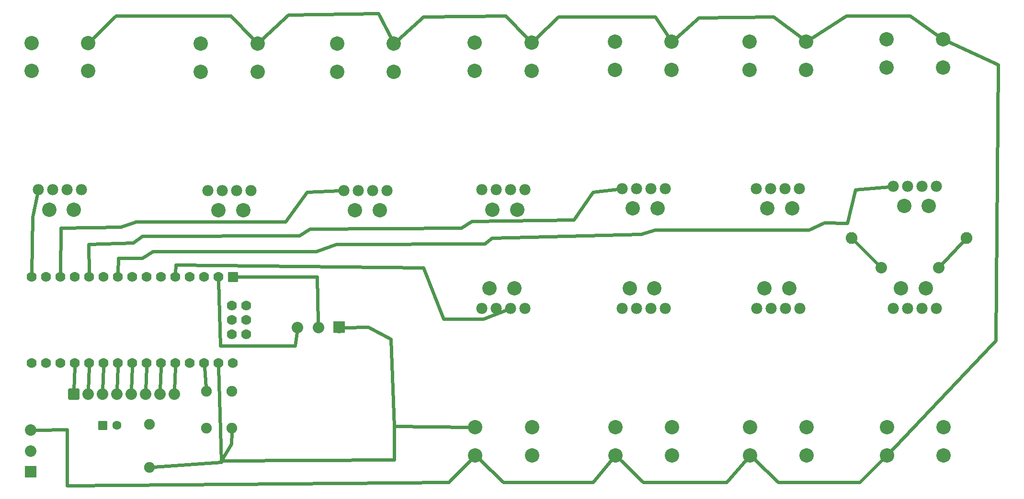
<source format=gbl>
G04 MADE WITH FRITZING*
G04 WWW.FRITZING.ORG*
G04 DOUBLE SIDED*
G04 HOLES PLATED*
G04 CONTOUR ON CENTER OF CONTOUR VECTOR*
%ASAXBY*%
%FSLAX23Y23*%
%MOIN*%
%OFA0B0*%
%SFA1.0B1.0*%
%ADD10C,0.070000*%
%ADD11C,0.100000*%
%ADD12C,0.078000*%
%ADD13C,0.080000*%
%ADD14C,0.075000*%
%ADD15C,0.062992*%
%ADD16C,0.082000*%
%ADD17C,0.024000*%
%ADD18C,0.017000*%
%ADD19C,0.015748*%
%ADD20C,0.020000*%
%ADD21R,0.001000X0.001000*%
%LNCOPPER0*%
G90*
G70*
G54D10*
X1675Y1541D03*
X1575Y1541D03*
X1475Y1541D03*
X1375Y1541D03*
X1275Y1541D03*
X1175Y1541D03*
X1075Y1541D03*
X975Y1541D03*
X875Y1541D03*
X775Y1541D03*
X675Y1541D03*
X575Y1541D03*
X475Y1541D03*
X375Y1541D03*
X275Y1541D03*
X1675Y941D03*
X1575Y941D03*
X1475Y941D03*
X1375Y941D03*
X1275Y941D03*
X1175Y941D03*
X1075Y941D03*
X975Y941D03*
X875Y941D03*
X775Y941D03*
X675Y941D03*
X575Y941D03*
X475Y941D03*
X375Y941D03*
X275Y941D03*
X1770Y1341D03*
X1670Y1341D03*
X1770Y1241D03*
X1670Y1241D03*
X1770Y1141D03*
X1670Y1141D03*
G54D11*
X397Y2009D03*
G54D12*
X323Y2147D03*
X423Y2147D03*
G54D11*
X570Y2009D03*
G54D12*
X523Y2147D03*
X623Y2147D03*
G54D11*
X669Y2974D03*
X669Y3170D03*
X275Y3170D03*
X275Y2974D03*
X1575Y2005D03*
G54D12*
X1501Y2143D03*
X1601Y2143D03*
G54D11*
X1749Y2005D03*
G54D12*
X1701Y2143D03*
X1801Y2143D03*
G54D11*
X1847Y2970D03*
X1847Y3166D03*
X1453Y3166D03*
X1453Y2970D03*
X6499Y1461D03*
G54D12*
X6573Y1323D03*
X6473Y1323D03*
G54D11*
X6326Y1461D03*
G54D12*
X6373Y1323D03*
X6273Y1323D03*
G54D11*
X6228Y496D03*
X6228Y300D03*
X6621Y300D03*
X6621Y496D03*
X5547Y1461D03*
G54D12*
X5621Y1323D03*
X5521Y1323D03*
G54D11*
X5374Y1461D03*
G54D12*
X5421Y1323D03*
X5321Y1323D03*
G54D11*
X5275Y496D03*
X5275Y300D03*
X5669Y300D03*
X5669Y496D03*
X4610Y1461D03*
G54D12*
X4684Y1323D03*
X4584Y1323D03*
G54D11*
X4437Y1461D03*
G54D12*
X4484Y1323D03*
X4384Y1323D03*
G54D11*
X4339Y496D03*
X4339Y300D03*
X4732Y300D03*
X4732Y496D03*
X3634Y1461D03*
G54D12*
X3709Y1323D03*
X3609Y1323D03*
G54D11*
X3461Y1461D03*
G54D12*
X3509Y1323D03*
X3409Y1323D03*
G54D11*
X3363Y496D03*
X3363Y300D03*
X3757Y300D03*
X3757Y496D03*
X6347Y2034D03*
G54D12*
X6273Y2172D03*
X6373Y2172D03*
G54D11*
X6520Y2034D03*
G54D12*
X6473Y2172D03*
X6573Y2172D03*
G54D11*
X6619Y2999D03*
X6619Y3195D03*
X6225Y3195D03*
X6225Y2999D03*
X5395Y2017D03*
G54D12*
X5320Y2155D03*
X5420Y2155D03*
G54D11*
X5568Y2017D03*
G54D12*
X5520Y2155D03*
X5620Y2155D03*
G54D11*
X5666Y2983D03*
X5666Y3179D03*
X5273Y3179D03*
X5273Y2983D03*
X4458Y2017D03*
G54D12*
X4384Y2155D03*
X4484Y2155D03*
G54D11*
X4631Y2017D03*
G54D12*
X4584Y2155D03*
X4684Y2155D03*
G54D11*
X4730Y2983D03*
X4730Y3179D03*
X4336Y3179D03*
X4336Y2983D03*
X3482Y2010D03*
G54D12*
X3408Y2148D03*
X3508Y2148D03*
G54D11*
X3656Y2009D03*
G54D12*
X3608Y2148D03*
X3708Y2148D03*
G54D11*
X3754Y2975D03*
X3754Y3171D03*
X3360Y3171D03*
X3360Y2975D03*
X2524Y2005D03*
G54D12*
X2450Y2143D03*
X2550Y2143D03*
G54D11*
X2697Y2004D03*
G54D12*
X2650Y2143D03*
X2750Y2143D03*
G54D11*
X2796Y2970D03*
X2796Y3166D03*
X2402Y3166D03*
X2402Y2970D03*
G54D13*
X2416Y1189D03*
X2271Y1189D03*
X2126Y1189D03*
X268Y184D03*
X268Y329D03*
X268Y474D03*
G54D14*
X1096Y515D03*
X1096Y215D03*
G54D15*
X768Y509D03*
X867Y509D03*
G54D14*
X1492Y489D03*
X1492Y745D03*
X1670Y489D03*
X1670Y745D03*
G54D16*
X5981Y1812D03*
X6781Y1812D03*
G54D13*
X6187Y1605D03*
X6587Y1605D03*
X567Y725D03*
X667Y725D03*
X767Y725D03*
X867Y725D03*
X967Y725D03*
X1067Y725D03*
X1167Y725D03*
X1267Y725D03*
G54D17*
X281Y1960D02*
X275Y1570D01*
D02*
X316Y2117D02*
X281Y1960D01*
D02*
X480Y1882D02*
X475Y1570D01*
D02*
X896Y1887D02*
X480Y1882D01*
D02*
X1002Y1924D02*
X896Y1887D01*
D02*
X2043Y1924D02*
X1002Y1924D01*
D02*
X2193Y2133D02*
X2043Y1924D01*
D02*
X2420Y2141D02*
X2193Y2133D01*
D02*
X672Y1769D02*
X674Y1570D01*
D02*
X983Y1780D02*
X672Y1769D01*
D02*
X1046Y1824D02*
X983Y1780D01*
D02*
X2139Y1828D02*
X1046Y1824D01*
D02*
X2213Y1876D02*
X2139Y1828D01*
D02*
X3265Y1883D02*
X2213Y1876D01*
D02*
X3339Y1928D02*
X3265Y1883D01*
D02*
X4049Y1938D02*
X3339Y1928D01*
D02*
X4181Y2133D02*
X4049Y1938D01*
D02*
X4354Y2152D02*
X4181Y2133D01*
D02*
X1046Y1672D02*
X880Y1672D01*
D02*
X880Y1672D02*
X876Y1570D01*
D02*
X1117Y1720D02*
X1046Y1672D01*
D02*
X2254Y1720D02*
X1117Y1720D01*
D02*
X2394Y1769D02*
X2254Y1720D01*
D02*
X3428Y1772D02*
X2394Y1769D01*
D02*
X3477Y1813D02*
X3428Y1772D01*
D02*
X4516Y1838D02*
X3477Y1813D01*
D02*
X4614Y1870D02*
X4516Y1838D01*
D02*
X5685Y1870D02*
X4614Y1870D01*
D02*
X5791Y1919D02*
X5685Y1870D01*
D02*
X5952Y1915D02*
X5791Y1919D01*
D02*
X6007Y2148D02*
X5952Y1915D01*
D02*
X6243Y2169D02*
X6007Y2148D01*
D02*
X3141Y1247D02*
X3001Y1605D01*
D02*
X3001Y1605D02*
X1280Y1624D01*
D02*
X3420Y1247D02*
X3141Y1247D01*
D02*
X1280Y1624D02*
X1276Y1570D01*
D02*
X3581Y1312D02*
X3420Y1247D01*
D02*
X2263Y1542D02*
X1704Y1541D01*
D02*
X2270Y1224D02*
X2263Y1542D01*
D02*
X2108Y1061D02*
X1587Y1061D01*
D02*
X1587Y1061D02*
X1575Y1512D01*
D02*
X2121Y1155D02*
X2108Y1061D01*
D02*
X3179Y113D02*
X523Y90D01*
D02*
X523Y90D02*
X523Y478D01*
D02*
X523Y478D02*
X302Y474D01*
D02*
X3334Y271D02*
X3179Y113D01*
D02*
X3560Y113D02*
X4181Y113D01*
D02*
X4181Y113D02*
X4312Y268D01*
D02*
X3393Y272D02*
X3560Y113D01*
D02*
X4531Y113D02*
X5113Y113D01*
D02*
X5113Y113D02*
X5248Y269D01*
D02*
X4368Y271D02*
X4531Y113D01*
D02*
X5471Y113D02*
X6038Y113D01*
D02*
X6038Y113D02*
X6198Y271D01*
D02*
X5305Y271D02*
X5471Y113D01*
D02*
X6256Y330D02*
X6985Y1100D01*
D02*
X6985Y1100D02*
X7001Y3018D01*
D02*
X7001Y3018D02*
X6656Y3178D01*
D02*
X6387Y3360D02*
X5944Y3360D01*
D02*
X5944Y3360D02*
X5701Y3201D01*
D02*
X6585Y3219D02*
X6387Y3360D01*
D02*
X5440Y3352D02*
X4919Y3344D01*
D02*
X4919Y3344D02*
X4761Y3206D01*
D02*
X5634Y3204D02*
X5440Y3352D01*
D02*
X4616Y3352D02*
X3941Y3352D01*
D02*
X3941Y3352D02*
X3783Y3199D01*
D02*
X4707Y3213D02*
X4616Y3352D01*
D02*
X3576Y3360D02*
X3001Y3352D01*
D02*
X3001Y3352D02*
X2826Y3193D01*
D02*
X3726Y3201D02*
X3576Y3360D01*
D02*
X2690Y3375D02*
X2063Y3366D01*
D02*
X2063Y3366D02*
X1877Y3194D01*
D02*
X2777Y3203D02*
X2690Y3375D01*
D02*
X1663Y3358D02*
X861Y3358D01*
D02*
X861Y3358D02*
X698Y3199D01*
D02*
X1819Y3196D02*
X1663Y3358D01*
D02*
X2799Y269D02*
X1595Y261D01*
D02*
X2799Y502D02*
X2799Y269D01*
D02*
X1595Y253D02*
X1124Y217D01*
D02*
X1595Y253D02*
X1576Y912D01*
D02*
X2799Y502D02*
X2776Y1107D01*
D02*
X2776Y1107D02*
X2620Y1193D01*
D02*
X2620Y1193D02*
X2450Y1190D01*
D02*
X1477Y912D02*
X1490Y773D01*
D02*
X1595Y261D02*
X1665Y377D01*
D02*
X1665Y377D02*
X1668Y460D01*
D02*
X1595Y253D02*
X1595Y261D01*
D02*
X6759Y1789D02*
X6608Y1627D01*
D02*
X6004Y1789D02*
X6165Y1627D01*
D02*
X3322Y496D02*
X2799Y502D01*
D02*
X574Y912D02*
X568Y756D01*
D02*
X668Y756D02*
X674Y912D01*
D02*
X768Y756D02*
X774Y912D01*
D02*
X868Y756D02*
X874Y912D01*
D02*
X968Y756D02*
X974Y912D01*
D02*
X1068Y756D02*
X1074Y912D01*
D02*
X1168Y756D02*
X1174Y912D01*
D02*
X1268Y756D02*
X1274Y912D01*
G54D18*
X1701Y1515D02*
X1648Y1515D01*
X1648Y1568D01*
X1701Y1568D01*
X1701Y1515D01*
D02*
G54D19*
X792Y485D02*
X744Y485D01*
X744Y532D01*
X792Y532D01*
X792Y485D01*
D02*
G54D20*
X537Y755D02*
X597Y755D01*
X597Y695D01*
X537Y695D01*
X537Y755D01*
D02*
G54D21*
X2376Y1230D02*
X2454Y1230D01*
X2375Y1229D02*
X2454Y1229D01*
X2375Y1228D02*
X2454Y1228D01*
X2375Y1227D02*
X2454Y1227D01*
X2375Y1226D02*
X2454Y1226D01*
X2375Y1225D02*
X2454Y1225D01*
X2375Y1224D02*
X2454Y1224D01*
X2375Y1223D02*
X2454Y1223D01*
X2375Y1222D02*
X2454Y1222D01*
X2375Y1221D02*
X2454Y1221D01*
X2375Y1220D02*
X2454Y1220D01*
X2375Y1219D02*
X2454Y1219D01*
X2375Y1218D02*
X2454Y1218D01*
X2375Y1217D02*
X2454Y1217D01*
X2375Y1216D02*
X2454Y1216D01*
X2375Y1215D02*
X2454Y1215D01*
X2375Y1214D02*
X2454Y1214D01*
X2375Y1213D02*
X2408Y1213D01*
X2422Y1213D02*
X2454Y1213D01*
X2375Y1212D02*
X2405Y1212D01*
X2425Y1212D02*
X2454Y1212D01*
X2375Y1211D02*
X2403Y1211D01*
X2427Y1211D02*
X2454Y1211D01*
X2375Y1210D02*
X2401Y1210D01*
X2428Y1210D02*
X2454Y1210D01*
X2375Y1209D02*
X2400Y1209D01*
X2430Y1209D02*
X2454Y1209D01*
X2375Y1208D02*
X2399Y1208D01*
X2431Y1208D02*
X2454Y1208D01*
X2375Y1207D02*
X2398Y1207D01*
X2432Y1207D02*
X2454Y1207D01*
X2375Y1206D02*
X2397Y1206D01*
X2433Y1206D02*
X2454Y1206D01*
X2375Y1205D02*
X2396Y1205D01*
X2434Y1205D02*
X2454Y1205D01*
X2375Y1204D02*
X2395Y1204D01*
X2435Y1204D02*
X2454Y1204D01*
X2375Y1203D02*
X2395Y1203D01*
X2435Y1203D02*
X2454Y1203D01*
X2375Y1202D02*
X2394Y1202D01*
X2436Y1202D02*
X2454Y1202D01*
X2375Y1201D02*
X2393Y1201D01*
X2436Y1201D02*
X2454Y1201D01*
X2375Y1200D02*
X2393Y1200D01*
X2437Y1200D02*
X2454Y1200D01*
X2375Y1199D02*
X2392Y1199D01*
X2437Y1199D02*
X2454Y1199D01*
X2375Y1198D02*
X2392Y1198D01*
X2438Y1198D02*
X2454Y1198D01*
X2375Y1197D02*
X2392Y1197D01*
X2438Y1197D02*
X2454Y1197D01*
X2375Y1196D02*
X2391Y1196D01*
X2438Y1196D02*
X2454Y1196D01*
X2375Y1195D02*
X2391Y1195D01*
X2438Y1195D02*
X2454Y1195D01*
X2375Y1194D02*
X2391Y1194D01*
X2439Y1194D02*
X2454Y1194D01*
X2375Y1193D02*
X2391Y1193D01*
X2439Y1193D02*
X2454Y1193D01*
X2375Y1192D02*
X2391Y1192D01*
X2439Y1192D02*
X2454Y1192D01*
X2375Y1191D02*
X2391Y1191D01*
X2439Y1191D02*
X2454Y1191D01*
X2375Y1190D02*
X2391Y1190D01*
X2439Y1190D02*
X2454Y1190D01*
X2375Y1189D02*
X2391Y1189D01*
X2439Y1189D02*
X2454Y1189D01*
X2375Y1188D02*
X2391Y1188D01*
X2439Y1188D02*
X2454Y1188D01*
X2375Y1187D02*
X2391Y1187D01*
X2439Y1187D02*
X2454Y1187D01*
X2375Y1186D02*
X2391Y1186D01*
X2439Y1186D02*
X2454Y1186D01*
X2375Y1185D02*
X2391Y1185D01*
X2438Y1185D02*
X2454Y1185D01*
X2375Y1184D02*
X2392Y1184D01*
X2438Y1184D02*
X2454Y1184D01*
X2375Y1183D02*
X2392Y1183D01*
X2438Y1183D02*
X2454Y1183D01*
X2375Y1182D02*
X2392Y1182D01*
X2437Y1182D02*
X2454Y1182D01*
X2375Y1181D02*
X2393Y1181D01*
X2437Y1181D02*
X2454Y1181D01*
X2375Y1180D02*
X2393Y1180D01*
X2437Y1180D02*
X2454Y1180D01*
X2375Y1179D02*
X2394Y1179D01*
X2436Y1179D02*
X2454Y1179D01*
X2375Y1178D02*
X2394Y1178D01*
X2436Y1178D02*
X2454Y1178D01*
X2375Y1177D02*
X2395Y1177D01*
X2435Y1177D02*
X2454Y1177D01*
X2375Y1176D02*
X2396Y1176D01*
X2434Y1176D02*
X2454Y1176D01*
X2375Y1175D02*
X2396Y1175D01*
X2433Y1175D02*
X2454Y1175D01*
X2375Y1174D02*
X2397Y1174D01*
X2433Y1174D02*
X2454Y1174D01*
X2375Y1173D02*
X2398Y1173D01*
X2431Y1173D02*
X2454Y1173D01*
X2375Y1172D02*
X2399Y1172D01*
X2430Y1172D02*
X2454Y1172D01*
X2375Y1171D02*
X2401Y1171D01*
X2429Y1171D02*
X2454Y1171D01*
X2375Y1170D02*
X2402Y1170D01*
X2428Y1170D02*
X2454Y1170D01*
X2375Y1169D02*
X2404Y1169D01*
X2426Y1169D02*
X2454Y1169D01*
X2375Y1168D02*
X2406Y1168D01*
X2423Y1168D02*
X2454Y1168D01*
X2375Y1167D02*
X2410Y1167D01*
X2420Y1167D02*
X2454Y1167D01*
X2375Y1166D02*
X2454Y1166D01*
X2375Y1165D02*
X2454Y1165D01*
X2375Y1164D02*
X2454Y1164D01*
X2375Y1163D02*
X2454Y1163D01*
X2375Y1162D02*
X2454Y1162D01*
X2375Y1161D02*
X2454Y1161D01*
X2375Y1160D02*
X2454Y1160D01*
X2375Y1159D02*
X2454Y1159D01*
X2375Y1158D02*
X2454Y1158D01*
X2375Y1157D02*
X2454Y1157D01*
X2375Y1156D02*
X2454Y1156D01*
X2375Y1155D02*
X2454Y1155D01*
X2375Y1154D02*
X2454Y1154D01*
X2375Y1153D02*
X2454Y1153D01*
X2375Y1152D02*
X2454Y1152D01*
X2375Y1151D02*
X2454Y1151D01*
X228Y225D02*
X307Y225D01*
X228Y224D02*
X307Y224D01*
X228Y223D02*
X307Y223D01*
X228Y222D02*
X307Y222D01*
X228Y221D02*
X307Y221D01*
X228Y220D02*
X307Y220D01*
X228Y219D02*
X307Y219D01*
X228Y218D02*
X307Y218D01*
X228Y217D02*
X307Y217D01*
X228Y216D02*
X307Y216D01*
X228Y215D02*
X307Y215D01*
X228Y214D02*
X307Y214D01*
X228Y213D02*
X307Y213D01*
X228Y212D02*
X307Y212D01*
X228Y211D02*
X307Y211D01*
X228Y210D02*
X307Y210D01*
X228Y209D02*
X307Y209D01*
X228Y208D02*
X260Y208D01*
X275Y208D02*
X307Y208D01*
X228Y207D02*
X257Y207D01*
X277Y207D02*
X307Y207D01*
X228Y206D02*
X255Y206D01*
X279Y206D02*
X307Y206D01*
X228Y205D02*
X254Y205D01*
X281Y205D02*
X307Y205D01*
X228Y204D02*
X252Y204D01*
X282Y204D02*
X307Y204D01*
X228Y203D02*
X251Y203D01*
X283Y203D02*
X307Y203D01*
X228Y202D02*
X250Y202D01*
X285Y202D02*
X307Y202D01*
X228Y201D02*
X249Y201D01*
X285Y201D02*
X307Y201D01*
X228Y200D02*
X248Y200D01*
X286Y200D02*
X307Y200D01*
X228Y199D02*
X247Y199D01*
X287Y199D02*
X307Y199D01*
X228Y198D02*
X247Y198D01*
X288Y198D02*
X307Y198D01*
X228Y197D02*
X246Y197D01*
X288Y197D02*
X307Y197D01*
X228Y196D02*
X246Y196D01*
X289Y196D02*
X307Y196D01*
X228Y195D02*
X245Y195D01*
X289Y195D02*
X307Y195D01*
X228Y194D02*
X245Y194D01*
X290Y194D02*
X307Y194D01*
X228Y193D02*
X244Y193D01*
X290Y193D02*
X307Y193D01*
X228Y192D02*
X244Y192D01*
X290Y192D02*
X307Y192D01*
X228Y191D02*
X244Y191D01*
X291Y191D02*
X307Y191D01*
X228Y190D02*
X244Y190D01*
X291Y190D02*
X307Y190D01*
X228Y189D02*
X243Y189D01*
X291Y189D02*
X307Y189D01*
X228Y188D02*
X243Y188D01*
X291Y188D02*
X307Y188D01*
X228Y187D02*
X243Y187D01*
X291Y187D02*
X307Y187D01*
X228Y186D02*
X243Y186D01*
X291Y186D02*
X307Y186D01*
X228Y185D02*
X243Y185D01*
X291Y185D02*
X307Y185D01*
X228Y184D02*
X243Y184D01*
X291Y184D02*
X307Y184D01*
X228Y183D02*
X243Y183D01*
X291Y183D02*
X307Y183D01*
X228Y182D02*
X243Y182D01*
X291Y182D02*
X307Y182D01*
X228Y181D02*
X244Y181D01*
X291Y181D02*
X307Y181D01*
X228Y180D02*
X244Y180D01*
X291Y180D02*
X307Y180D01*
X228Y179D02*
X244Y179D01*
X290Y179D02*
X307Y179D01*
X228Y178D02*
X244Y178D01*
X290Y178D02*
X307Y178D01*
X228Y177D02*
X245Y177D01*
X290Y177D02*
X307Y177D01*
X228Y176D02*
X245Y176D01*
X289Y176D02*
X307Y176D01*
X228Y175D02*
X246Y175D01*
X289Y175D02*
X307Y175D01*
X228Y174D02*
X246Y174D01*
X288Y174D02*
X307Y174D01*
X228Y173D02*
X247Y173D01*
X288Y173D02*
X307Y173D01*
X228Y172D02*
X247Y172D01*
X287Y172D02*
X307Y172D01*
X228Y171D02*
X248Y171D01*
X286Y171D02*
X307Y171D01*
X228Y170D02*
X249Y170D01*
X286Y170D02*
X307Y170D01*
X228Y169D02*
X250Y169D01*
X285Y169D02*
X307Y169D01*
X228Y168D02*
X251Y168D01*
X284Y168D02*
X307Y168D01*
X228Y167D02*
X252Y167D01*
X283Y167D02*
X307Y167D01*
X228Y166D02*
X253Y166D01*
X281Y166D02*
X307Y166D01*
X228Y165D02*
X255Y165D01*
X280Y165D02*
X307Y165D01*
X228Y164D02*
X257Y164D01*
X278Y164D02*
X307Y164D01*
X228Y163D02*
X259Y163D01*
X275Y163D02*
X307Y163D01*
X228Y162D02*
X264Y162D01*
X271Y162D02*
X307Y162D01*
X228Y161D02*
X307Y161D01*
X228Y160D02*
X307Y160D01*
X228Y159D02*
X307Y159D01*
X228Y158D02*
X307Y158D01*
X228Y157D02*
X307Y157D01*
X228Y156D02*
X307Y156D01*
X228Y155D02*
X307Y155D01*
X228Y154D02*
X307Y154D01*
X228Y153D02*
X307Y153D01*
X228Y152D02*
X307Y152D01*
X228Y151D02*
X307Y151D01*
X228Y150D02*
X307Y150D01*
X228Y149D02*
X307Y149D01*
X228Y148D02*
X307Y148D01*
X228Y147D02*
X307Y147D01*
X228Y146D02*
X307Y146D01*
D02*
G04 End of Copper0*
M02*
</source>
